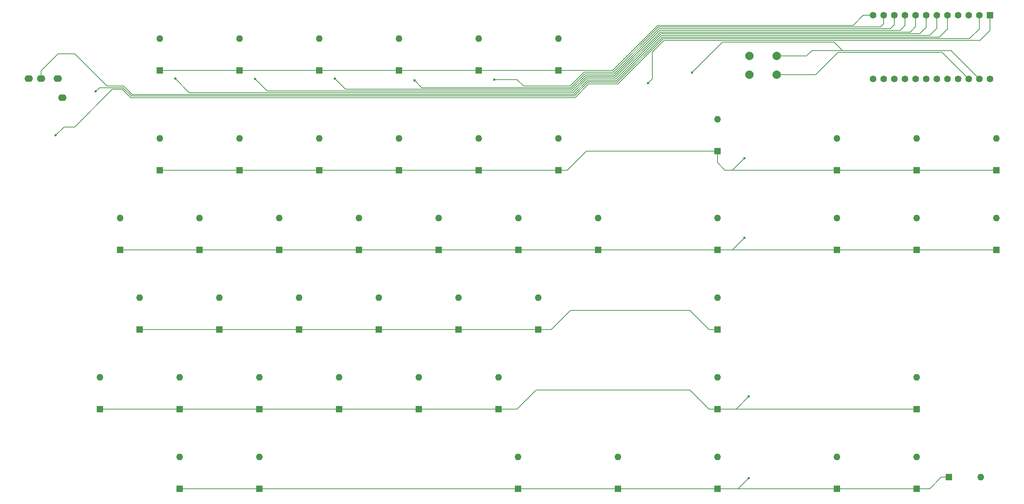
<source format=gbr>
%TF.GenerationSoftware,KiCad,Pcbnew,7.0.5*%
%TF.CreationDate,2023-06-22T07:54:55+00:00*%
%TF.ProjectId,Entry-right,456e7472-792d-4726-9967-68742e6b6963,rev?*%
%TF.SameCoordinates,Original*%
%TF.FileFunction,Copper,L1,Top*%
%TF.FilePolarity,Positive*%
%FSLAX46Y46*%
G04 Gerber Fmt 4.6, Leading zero omitted, Abs format (unit mm)*
G04 Created by KiCad (PCBNEW 7.0.5) date 2023-06-22 07:54:55*
%MOMM*%
%LPD*%
G01*
G04 APERTURE LIST*
%TA.AperFunction,ComponentPad*%
%ADD10R,1.600000X1.600000*%
%TD*%
%TA.AperFunction,ComponentPad*%
%ADD11C,1.600000*%
%TD*%
%TA.AperFunction,ComponentPad*%
%ADD12C,2.000000*%
%TD*%
%TA.AperFunction,ComponentPad*%
%ADD13O,2.000000X1.600000*%
%TD*%
%TA.AperFunction,ComponentPad*%
%ADD14O,1.600000X1.600000*%
%TD*%
%TA.AperFunction,ViaPad*%
%ADD15C,0.600000*%
%TD*%
%TA.AperFunction,Conductor*%
%ADD16C,0.200000*%
%TD*%
G04 APERTURE END LIST*
D10*
%TO.P,U1,1,TX*%
%TO.N,col8*%
X262201750Y-32291750D03*
D11*
%TO.P,U1,2,RX*%
%TO.N,col1*%
X259661750Y-32291750D03*
%TO.P,U1,3,GND*%
%TO.N,unconnected-(U1-GND-Pad3)*%
X257121750Y-32291750D03*
%TO.P,U1,4,GND*%
%TO.N,unconnected-(U1-GND-Pad4)*%
X254581750Y-32291750D03*
%TO.P,U1,5,SDA*%
%TO.N,col2*%
X252041750Y-32291750D03*
%TO.P,U1,6,SCL*%
%TO.N,SCL*%
X249501750Y-32291750D03*
%TO.P,U1,7,D4*%
%TO.N,col3*%
X246961750Y-32291750D03*
%TO.P,U1,8,C6*%
%TO.N,col4*%
X244421750Y-32291750D03*
%TO.P,U1,9,D7*%
%TO.N,col5*%
X241881750Y-32291750D03*
%TO.P,U1,10,E6*%
%TO.N,col6*%
X239341750Y-32291750D03*
%TO.P,U1,11,B4*%
%TO.N,col7*%
X236801750Y-32291750D03*
%TO.P,U1,12,B5*%
%TO.N,row1*%
X234261750Y-32291750D03*
%TO.P,U1,13,B6*%
%TO.N,row2*%
X234261750Y-47531750D03*
%TO.P,U1,14,B2*%
%TO.N,row3*%
X236801750Y-47531750D03*
%TO.P,U1,15,B3*%
%TO.N,row4*%
X239341750Y-47531750D03*
%TO.P,U1,16,B1*%
%TO.N,row5*%
X241881750Y-47531750D03*
%TO.P,U1,17,F7*%
%TO.N,row6*%
X244421750Y-47531750D03*
%TO.P,U1,18,F6*%
%TO.N,col9*%
X246961750Y-47531750D03*
%TO.P,U1,19,F5*%
%TO.N,col10*%
X249501750Y-47531750D03*
%TO.P,U1,20,F4*%
%TO.N,col11*%
X252041750Y-47531750D03*
%TO.P,U1,21,VCC*%
%TO.N,VCC*%
X254581750Y-47531750D03*
%TO.P,U1,22,RST*%
%TO.N,RESET*%
X257121750Y-47531750D03*
%TO.P,U1,23,GND*%
%TO.N,GND*%
X259661750Y-47531750D03*
%TO.P,U1,24,RAW*%
%TO.N,unconnected-(U1-RAW-Pad24)*%
X262201750Y-47531750D03*
%TD*%
D12*
%TO.P,RESET1,1,1*%
%TO.N,RESET*%
X211212500Y-46541250D03*
X204712500Y-46541250D03*
%TO.P,RESET1,2,2*%
%TO.N,GND*%
X211212500Y-42041250D03*
X204712500Y-42041250D03*
%TD*%
D13*
%TO.P,U2,1,SLEEVE*%
%TO.N,GND*%
X40550000Y-52022500D03*
%TO.P,U2,2,TIP*%
%TO.N,VCC*%
X39450000Y-47422500D03*
%TO.P,U2,3,RING1*%
%TO.N,SCL*%
X35450000Y-47422500D03*
%TO.P,U2,4,RING2*%
%TO.N,unconnected-(U2-RING2-Pad4)*%
X32450000Y-47422500D03*
%TD*%
D10*
%TO.P,D37,1,K*%
%TO.N,row6*%
X87562500Y-145530000D03*
D14*
%TO.P,D37,2,A*%
%TO.N,Net-(D37-A)*%
X87562500Y-137910000D03*
%TD*%
D10*
%TO.P,D49,1,K*%
%TO.N,row6*%
X244677500Y-145530000D03*
D14*
%TO.P,D49,2,A*%
%TO.N,Net-(D49-A)*%
X244677500Y-137910000D03*
%TD*%
D10*
%TO.P,D26,1,K*%
%TO.N,row4*%
X135187500Y-107430000D03*
D14*
%TO.P,D26,2,A*%
%TO.N,Net-(D26-A)*%
X135187500Y-99810000D03*
%TD*%
D10*
%TO.P,D43,1,K*%
%TO.N,row2*%
X263727500Y-69330000D03*
D14*
%TO.P,D43,2,A*%
%TO.N,Net-(D43-A)*%
X263727500Y-61710000D03*
%TD*%
D10*
%TO.P,D8,1,K*%
%TO.N,row2*%
X82862500Y-69330000D03*
D14*
%TO.P,D8,2,A*%
%TO.N,Net-(D8-A)*%
X82862500Y-61710000D03*
%TD*%
D10*
%TO.P,D2,1,K*%
%TO.N,row1*%
X82862500Y-45517500D03*
D14*
%TO.P,D2,2,A*%
%TO.N,Net-(D2-A)*%
X82862500Y-37897500D03*
%TD*%
D10*
%TO.P,D14,1,K*%
%TO.N,row3*%
X54287500Y-88380000D03*
D14*
%TO.P,D14,2,A*%
%TO.N,Net-(D14-A)*%
X54287500Y-80760000D03*
%TD*%
D10*
%TO.P,D18,1,K*%
%TO.N,row3*%
X130472500Y-88380000D03*
D14*
%TO.P,D18,2,A*%
%TO.N,Net-(D18-A)*%
X130472500Y-80760000D03*
%TD*%
D10*
%TO.P,D1,1,K*%
%TO.N,row1*%
X63812500Y-45517500D03*
D14*
%TO.P,D1,2,A*%
%TO.N,Net-(D1-A)*%
X63812500Y-37897500D03*
%TD*%
D10*
%TO.P,D3,1,K*%
%TO.N,row1*%
X101912500Y-45517500D03*
D14*
%TO.P,D3,2,A*%
%TO.N,Net-(D3-A)*%
X101912500Y-37897500D03*
%TD*%
D10*
%TO.P,D25,1,K*%
%TO.N,row4*%
X116137500Y-107430000D03*
D14*
%TO.P,D25,2,A*%
%TO.N,Net-(D25-A)*%
X116137500Y-99810000D03*
%TD*%
D10*
%TO.P,D32,1,K*%
%TO.N,row5*%
X106612500Y-126480000D03*
D14*
%TO.P,D32,2,A*%
%TO.N,Net-(D32-A)*%
X106612500Y-118860000D03*
%TD*%
D10*
%TO.P,D41,1,K*%
%TO.N,row2*%
X225627500Y-69330000D03*
D14*
%TO.P,D41,2,A*%
%TO.N,Net-(D41-A)*%
X225627500Y-61710000D03*
%TD*%
D10*
%TO.P,D24,1,K*%
%TO.N,row4*%
X97087500Y-107430000D03*
D14*
%TO.P,D24,2,A*%
%TO.N,Net-(D24-A)*%
X97087500Y-99810000D03*
%TD*%
D10*
%TO.P,D19,1,K*%
%TO.N,row3*%
X149522500Y-88380000D03*
D14*
%TO.P,D19,2,A*%
%TO.N,Net-(D19-A)*%
X149522500Y-80760000D03*
%TD*%
D10*
%TO.P,D10,1,K*%
%TO.N,row2*%
X120962500Y-69330000D03*
D14*
%TO.P,D10,2,A*%
%TO.N,Net-(D10-A)*%
X120962500Y-61710000D03*
%TD*%
D10*
%TO.P,D39,1,K*%
%TO.N,row6*%
X173287500Y-145530000D03*
D14*
%TO.P,D39,2,A*%
%TO.N,Net-(D39-A)*%
X173287500Y-137910000D03*
%TD*%
D10*
%TO.P,D46,1,K*%
%TO.N,row3*%
X263727500Y-88380000D03*
D14*
%TO.P,D46,2,A*%
%TO.N,Net-(D46-A)*%
X263727500Y-80760000D03*
%TD*%
D10*
%TO.P,D4,1,K*%
%TO.N,row1*%
X120962500Y-45517500D03*
D14*
%TO.P,D4,2,A*%
%TO.N,Net-(D4-A)*%
X120962500Y-37897500D03*
%TD*%
D10*
%TO.P,D21,1,K*%
%TO.N,row3*%
X197052500Y-88380000D03*
D14*
%TO.P,D21,2,A*%
%TO.N,Net-(D21-A)*%
X197052500Y-80760000D03*
%TD*%
D10*
%TO.P,D40,1,K*%
%TO.N,row6*%
X197052500Y-145530000D03*
D14*
%TO.P,D40,2,A*%
%TO.N,Net-(D40-A)*%
X197052500Y-137910000D03*
%TD*%
D10*
%TO.P,D50,1,K*%
%TO.N,row6*%
X252390000Y-142800000D03*
D14*
%TO.P,D50,2,A*%
%TO.N,Net-(D50-A)*%
X260010000Y-142800000D03*
%TD*%
D10*
%TO.P,D38,1,K*%
%TO.N,row6*%
X149427500Y-145530000D03*
D14*
%TO.P,D38,2,A*%
%TO.N,Net-(D38-A)*%
X149427500Y-137910000D03*
%TD*%
D10*
%TO.P,D33,1,K*%
%TO.N,row5*%
X125662500Y-126480000D03*
D14*
%TO.P,D33,2,A*%
%TO.N,Net-(D33-A)*%
X125662500Y-118860000D03*
%TD*%
D10*
%TO.P,D20,1,K*%
%TO.N,row3*%
X168577500Y-88380000D03*
D14*
%TO.P,D20,2,A*%
%TO.N,Net-(D20-A)*%
X168577500Y-80760000D03*
%TD*%
D10*
%TO.P,D47,1,K*%
%TO.N,row5*%
X244677500Y-126480000D03*
D14*
%TO.P,D47,2,A*%
%TO.N,Net-(D47-A)*%
X244677500Y-118860000D03*
%TD*%
D10*
%TO.P,D13,1,K*%
%TO.N,row2*%
X197052500Y-64770000D03*
D14*
%TO.P,D13,2,A*%
%TO.N,Net-(D13-A)*%
X197052500Y-57150000D03*
%TD*%
D10*
%TO.P,D16,1,K*%
%TO.N,row3*%
X92372500Y-88380000D03*
D14*
%TO.P,D16,2,A*%
%TO.N,Net-(D16-A)*%
X92372500Y-80760000D03*
%TD*%
D10*
%TO.P,D30,1,K*%
%TO.N,row5*%
X68512500Y-126480000D03*
D14*
%TO.P,D30,2,A*%
%TO.N,Net-(D30-A)*%
X68512500Y-118860000D03*
%TD*%
D10*
%TO.P,D31,1,K*%
%TO.N,row5*%
X87562500Y-126480000D03*
D14*
%TO.P,D31,2,A*%
%TO.N,Net-(D31-A)*%
X87562500Y-118860000D03*
%TD*%
D10*
%TO.P,D17,1,K*%
%TO.N,row3*%
X111422500Y-88380000D03*
D14*
%TO.P,D17,2,A*%
%TO.N,Net-(D17-A)*%
X111422500Y-80760000D03*
%TD*%
D10*
%TO.P,D35,1,K*%
%TO.N,row5*%
X197052500Y-126480000D03*
D14*
%TO.P,D35,2,A*%
%TO.N,Net-(D35-A)*%
X197052500Y-118860000D03*
%TD*%
D10*
%TO.P,D15,1,K*%
%TO.N,row3*%
X73322500Y-88380000D03*
D14*
%TO.P,D15,2,A*%
%TO.N,Net-(D15-A)*%
X73322500Y-80760000D03*
%TD*%
D10*
%TO.P,D23,1,K*%
%TO.N,row4*%
X78037500Y-107430000D03*
D14*
%TO.P,D23,2,A*%
%TO.N,Net-(D23-A)*%
X78037500Y-99810000D03*
%TD*%
D10*
%TO.P,D44,1,K*%
%TO.N,row3*%
X225627500Y-88380000D03*
D14*
%TO.P,D44,2,A*%
%TO.N,Net-(D44-A)*%
X225627500Y-80760000D03*
%TD*%
D10*
%TO.P,D11,1,K*%
%TO.N,row2*%
X140012500Y-69330000D03*
D14*
%TO.P,D11,2,A*%
%TO.N,Net-(D11-A)*%
X140012500Y-61710000D03*
%TD*%
D10*
%TO.P,D36,1,K*%
%TO.N,row6*%
X68512500Y-145530000D03*
D14*
%TO.P,D36,2,A*%
%TO.N,Net-(D36-A)*%
X68512500Y-137910000D03*
%TD*%
D10*
%TO.P,D6,1,K*%
%TO.N,row1*%
X159062500Y-45517500D03*
D14*
%TO.P,D6,2,A*%
%TO.N,Net-(D6-A)*%
X159062500Y-37897500D03*
%TD*%
D10*
%TO.P,D27,1,K*%
%TO.N,row4*%
X154237500Y-107430000D03*
D14*
%TO.P,D27,2,A*%
%TO.N,Net-(D27-A)*%
X154237500Y-99810000D03*
%TD*%
D10*
%TO.P,D45,1,K*%
%TO.N,row3*%
X244677500Y-88380000D03*
D14*
%TO.P,D45,2,A*%
%TO.N,Net-(D45-A)*%
X244677500Y-80760000D03*
%TD*%
D10*
%TO.P,D12,1,K*%
%TO.N,row2*%
X159062500Y-69330000D03*
D14*
%TO.P,D12,2,A*%
%TO.N,Net-(D12-A)*%
X159062500Y-61710000D03*
%TD*%
D10*
%TO.P,D48,1,K*%
%TO.N,row6*%
X225627500Y-145530000D03*
D14*
%TO.P,D48,2,A*%
%TO.N,Net-(D48-A)*%
X225627500Y-137910000D03*
%TD*%
D10*
%TO.P,D34,1,K*%
%TO.N,row5*%
X144712500Y-126480000D03*
D14*
%TO.P,D34,2,A*%
%TO.N,Net-(D34-A)*%
X144712500Y-118860000D03*
%TD*%
D10*
%TO.P,D5,1,K*%
%TO.N,row1*%
X140012500Y-45517500D03*
D14*
%TO.P,D5,2,A*%
%TO.N,Net-(D5-A)*%
X140012500Y-37897500D03*
%TD*%
D10*
%TO.P,D29,1,K*%
%TO.N,row5*%
X49462500Y-126480000D03*
D14*
%TO.P,D29,2,A*%
%TO.N,Net-(D29-A)*%
X49462500Y-118860000D03*
%TD*%
D10*
%TO.P,D42,1,K*%
%TO.N,row2*%
X244677500Y-69330000D03*
D14*
%TO.P,D42,2,A*%
%TO.N,Net-(D42-A)*%
X244677500Y-61710000D03*
%TD*%
D10*
%TO.P,D28,1,K*%
%TO.N,row4*%
X197052500Y-107430000D03*
D14*
%TO.P,D28,2,A*%
%TO.N,Net-(D28-A)*%
X197052500Y-99810000D03*
%TD*%
D10*
%TO.P,D7,1,K*%
%TO.N,row2*%
X63812500Y-69330000D03*
D14*
%TO.P,D7,2,A*%
%TO.N,Net-(D7-A)*%
X63812500Y-61710000D03*
%TD*%
D10*
%TO.P,D9,1,K*%
%TO.N,row2*%
X101912500Y-69330000D03*
D14*
%TO.P,D9,2,A*%
%TO.N,Net-(D9-A)*%
X101912500Y-61710000D03*
%TD*%
D10*
%TO.P,D22,1,K*%
%TO.N,row4*%
X58987500Y-107430000D03*
D14*
%TO.P,D22,2,A*%
%TO.N,Net-(D22-A)*%
X58987500Y-99810000D03*
%TD*%
D15*
%TO.N,row6*%
X204500000Y-143000000D03*
%TO.N,row5*%
X204500000Y-123500000D03*
%TO.N,row3*%
X203500000Y-85500000D03*
%TO.N,row2*%
X203500000Y-66500000D03*
%TO.N,col8*%
X180500000Y-48500000D03*
%TO.N,col7*%
X143727500Y-47650000D03*
%TO.N,col6*%
X124677500Y-47875000D03*
%TO.N,col5*%
X105627500Y-47450000D03*
%TO.N,col4*%
X86577500Y-47475000D03*
%TO.N,col3*%
X67527500Y-47450000D03*
%TO.N,col2*%
X48477500Y-50500000D03*
%TO.N,col1*%
X38952500Y-61000000D03*
%TO.N,GND*%
X191000000Y-46000000D03*
%TD*%
D16*
%TO.N,row6*%
X200500000Y-145530000D02*
X68512500Y-145530000D01*
X252390000Y-142800000D02*
X250530000Y-142800000D01*
X247800000Y-145530000D02*
X200500000Y-145530000D01*
X250530000Y-142800000D02*
X247800000Y-145530000D01*
X204500000Y-143000000D02*
X201970000Y-145530000D01*
%TO.N,row5*%
X153693750Y-121920000D02*
X149133750Y-126480000D01*
X244677500Y-126480000D02*
X197052500Y-126480000D01*
X190500000Y-121920000D02*
X153693750Y-121920000D01*
X204500000Y-123500000D02*
X201520000Y-126480000D01*
X197052500Y-126480000D02*
X195060000Y-126480000D01*
X49462500Y-126480000D02*
X144712500Y-126480000D01*
X149133750Y-126480000D02*
X144712500Y-126480000D01*
X195060000Y-126480000D02*
X190500000Y-121920000D01*
%TO.N,row4*%
X157365000Y-107430000D02*
X161925000Y-102870000D01*
X161925000Y-102870000D02*
X190500000Y-102870000D01*
X195060000Y-107430000D02*
X197052500Y-107430000D01*
X58987500Y-107430000D02*
X154237500Y-107430000D01*
X190500000Y-102870000D02*
X195060000Y-107430000D01*
X154237500Y-107430000D02*
X157365000Y-107430000D01*
%TO.N,row3*%
X200620000Y-88380000D02*
X203500000Y-85500000D01*
X263727500Y-88380000D02*
X54287500Y-88380000D01*
%TO.N,row2*%
X165735000Y-64770000D02*
X197052500Y-64770000D01*
X200500000Y-69330000D02*
X200670000Y-69330000D01*
X263727500Y-69330000D02*
X225627500Y-69330000D01*
X197052500Y-67512500D02*
X197052500Y-64770000D01*
X159062500Y-69330000D02*
X161175000Y-69330000D01*
X63812500Y-69330000D02*
X159062500Y-69330000D01*
X200670000Y-69330000D02*
X203500000Y-66500000D01*
X198870000Y-69330000D02*
X197052500Y-67512500D01*
X200500000Y-69330000D02*
X198870000Y-69330000D01*
X225627500Y-69330000D02*
X200500000Y-69330000D01*
X161175000Y-69330000D02*
X165735000Y-64770000D01*
%TO.N,row1*%
X231908250Y-32291750D02*
X234261750Y-32291750D01*
X159062500Y-45517500D02*
X171976672Y-45517500D01*
X182794177Y-34700000D02*
X229500000Y-34700000D01*
X63812500Y-45517500D02*
X159062500Y-45517500D01*
X180094175Y-37400000D02*
X182794177Y-34700000D01*
X180094172Y-37400000D02*
X180094175Y-37400000D01*
X171976672Y-45517500D02*
X180094172Y-37400000D01*
X229500000Y-34700000D02*
X231908250Y-32291750D01*
%TO.N,col8*%
X181500000Y-47500000D02*
X181500000Y-41085346D01*
X262201750Y-35898250D02*
X262201750Y-32291750D01*
X184285346Y-38300000D02*
X259800000Y-38300000D01*
X259800000Y-38300000D02*
X262201750Y-35898250D01*
X181500000Y-41085346D02*
X184285346Y-38300000D01*
X180500000Y-48500000D02*
X181500000Y-47500000D01*
%TO.N,col7*%
X150738750Y-49200000D02*
X161840203Y-49200000D01*
X143727500Y-47650000D02*
X149188750Y-47650000D01*
X161840203Y-49200000D02*
X165122703Y-45917500D01*
X182959862Y-35100000D02*
X236000000Y-35100000D01*
X172142358Y-45917500D02*
X182959862Y-35100000D01*
X236801750Y-34298250D02*
X236801750Y-32291750D01*
X149188750Y-47650000D02*
X150738750Y-49200000D01*
X165122703Y-45917500D02*
X172142358Y-45917500D01*
X236000000Y-35100000D02*
X236801750Y-34298250D01*
%TO.N,col6*%
X172308044Y-46317500D02*
X183125547Y-35500000D01*
X238400000Y-35500000D02*
X239341750Y-34558250D01*
X124677500Y-47875000D02*
X126402500Y-49600000D01*
X165288388Y-46317500D02*
X172308044Y-46317500D01*
X183125547Y-35500000D02*
X238400000Y-35500000D01*
X162005888Y-49600000D02*
X165288388Y-46317500D01*
X126402500Y-49600000D02*
X162005888Y-49600000D01*
X239341750Y-34558250D02*
X239341750Y-32291750D01*
%TO.N,col5*%
X165454073Y-46717500D02*
X172473730Y-46717500D01*
X108177500Y-50000000D02*
X162171573Y-50000000D01*
X240700000Y-35900000D02*
X241881750Y-34718250D01*
X172473730Y-46717500D02*
X183291232Y-35900000D01*
X162171573Y-50000000D02*
X165454073Y-46717500D01*
X183291232Y-35900000D02*
X240700000Y-35900000D01*
X105627500Y-47450000D02*
X108177500Y-50000000D01*
X241881750Y-34718250D02*
X241881750Y-32291750D01*
%TO.N,col4*%
X89502500Y-50400000D02*
X162337258Y-50400000D01*
X244421750Y-34978250D02*
X244421750Y-32291750D01*
X162337258Y-50400000D02*
X165619758Y-47117500D01*
X183456917Y-36300000D02*
X243100000Y-36300000D01*
X86577500Y-47475000D02*
X89502500Y-50400000D01*
X243100000Y-36300000D02*
X244421750Y-34978250D01*
X165619758Y-47117500D02*
X172639416Y-47117500D01*
X172639416Y-47117500D02*
X183456917Y-36300000D01*
%TO.N,col3*%
X162502943Y-50800000D02*
X165785443Y-47517500D01*
X67525000Y-47450000D02*
X70875000Y-50800000D01*
X172805101Y-47517500D02*
X183622602Y-36700000D01*
X245400000Y-36700000D02*
X246961750Y-35138250D01*
X246961750Y-35138250D02*
X246961750Y-32291750D01*
X183622602Y-36700000D02*
X245400000Y-36700000D01*
X70875000Y-50800000D02*
X162502943Y-50800000D01*
X165785443Y-47517500D02*
X172805101Y-47517500D01*
%TO.N,col2*%
X162834314Y-51600000D02*
X166116814Y-48317500D01*
X48477500Y-50500000D02*
X49377500Y-49600000D01*
X183953976Y-37500000D02*
X250100000Y-37500000D01*
X57000000Y-51600000D02*
X162834314Y-51600000D01*
X55000000Y-49600000D02*
X57000000Y-51600000D01*
X250100000Y-37500000D02*
X252041750Y-35558250D01*
X173136473Y-48317500D02*
X183953976Y-37500000D01*
X49377500Y-49600000D02*
X55000000Y-49600000D01*
X252041750Y-35558250D02*
X252041750Y-32291750D01*
X166116814Y-48317500D02*
X173136473Y-48317500D01*
%TO.N,col1*%
X52500000Y-50000000D02*
X54834314Y-50000000D01*
X166282500Y-48717500D02*
X173302159Y-48717500D01*
X56834315Y-52000000D02*
X163000000Y-52000000D01*
X43500000Y-59000000D02*
X52500000Y-50000000D01*
X257300000Y-37900000D02*
X259661750Y-35538250D01*
X38952500Y-61000000D02*
X40952500Y-59000000D01*
X40952500Y-59000000D02*
X43500000Y-59000000D01*
X259661750Y-35538250D02*
X259661750Y-32291750D01*
X173302159Y-48717500D02*
X184119661Y-37900000D01*
X54834314Y-50000000D02*
X56834315Y-52000000D01*
X163000000Y-52000000D02*
X166282500Y-48717500D01*
X184119661Y-37900000D02*
X257300000Y-37900000D01*
%TO.N,SCL*%
X35450000Y-45550000D02*
X39500000Y-41500000D01*
X247800000Y-37100000D02*
X249501750Y-35398250D01*
X43500000Y-41500000D02*
X51200000Y-49200000D01*
X57165686Y-51200000D02*
X162668628Y-51200000D01*
X55165686Y-49200000D02*
X57165686Y-51200000D01*
X183788287Y-37100000D02*
X247800000Y-37100000D01*
X165951128Y-47917500D02*
X172970787Y-47917500D01*
X35450000Y-47422500D02*
X35450000Y-45550000D01*
X249501750Y-35398250D02*
X249501750Y-32291750D01*
X39500000Y-41500000D02*
X43500000Y-41500000D01*
X162668628Y-51200000D02*
X165951128Y-47917500D01*
X51200000Y-49200000D02*
X55165686Y-49200000D01*
X172970787Y-47917500D02*
X183788287Y-37100000D01*
%TO.N,RESET*%
X225900000Y-41150000D02*
X250740000Y-41150000D01*
X220508750Y-46541250D02*
X225900000Y-41150000D01*
X211212500Y-46541250D02*
X220508750Y-46541250D01*
X250740000Y-41150000D02*
X257121750Y-47531750D01*
%TO.N,GND*%
X224950000Y-38700000D02*
X227000000Y-40750000D01*
X191000000Y-46000000D02*
X198300000Y-38700000D01*
X252880000Y-40750000D02*
X259661750Y-47531750D01*
X218450000Y-41950000D02*
X219650000Y-40750000D01*
X218358750Y-42041250D02*
X218450000Y-41950000D01*
X211212500Y-42041250D02*
X218358750Y-42041250D01*
X198300000Y-38700000D02*
X224950000Y-38700000D01*
X218350000Y-42050000D02*
X218450000Y-41950000D01*
X219650000Y-40750000D02*
X252880000Y-40750000D01*
%TD*%
M02*

</source>
